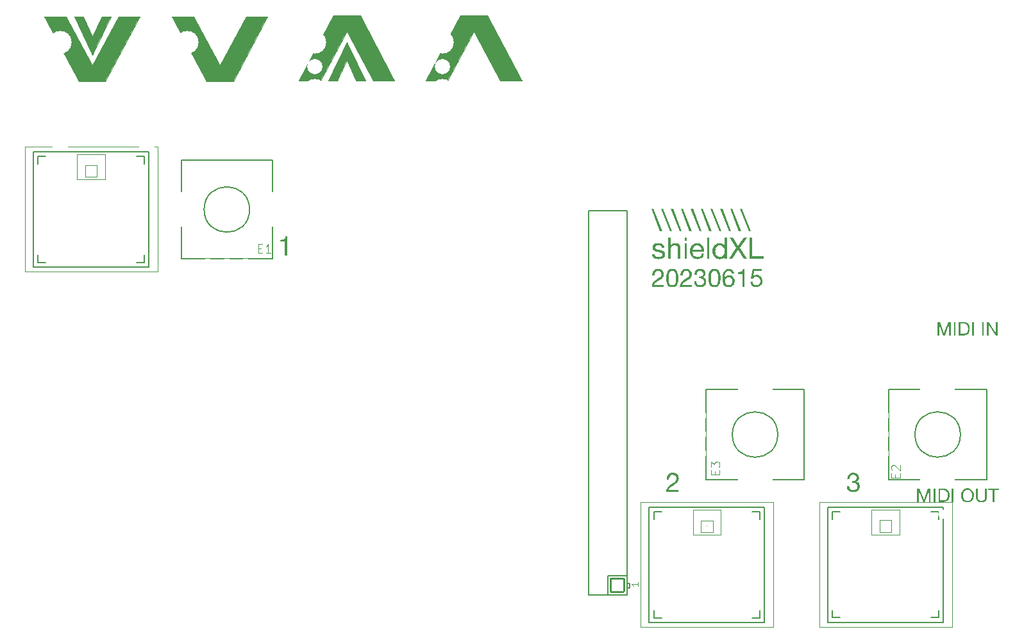
<source format=gbr>
%TF.GenerationSoftware,KiCad,Pcbnew,9.0.6*%
%TF.CreationDate,2025-11-16T15:37:37+10:00*%
%TF.ProjectId,ShieldXL-M,53686965-6c64-4584-9c2d-4d2e6b696361,rev?*%
%TF.SameCoordinates,Original*%
%TF.FileFunction,Legend,Top*%
%TF.FilePolarity,Positive*%
%FSLAX46Y46*%
G04 Gerber Fmt 4.6, Leading zero omitted, Abs format (unit mm)*
G04 Created by KiCad (PCBNEW 9.0.6) date 2025-11-16 15:37:37*
%MOMM*%
%LPD*%
G01*
G04 APERTURE LIST*
G04 Aperture macros list*
%AMRoundRect*
0 Rectangle with rounded corners*
0 $1 Rounding radius*
0 $2 $3 $4 $5 $6 $7 $8 $9 X,Y pos of 4 corners*
0 Add a 4 corners polygon primitive as box body*
4,1,4,$2,$3,$4,$5,$6,$7,$8,$9,$2,$3,0*
0 Add four circle primitives for the rounded corners*
1,1,$1+$1,$2,$3*
1,1,$1+$1,$4,$5*
1,1,$1+$1,$6,$7*
1,1,$1+$1,$8,$9*
0 Add four rect primitives between the rounded corners*
20,1,$1+$1,$2,$3,$4,$5,0*
20,1,$1+$1,$4,$5,$6,$7,0*
20,1,$1+$1,$6,$7,$8,$9,0*
20,1,$1+$1,$8,$9,$2,$3,0*%
%AMFreePoly0*
4,1,25,0.372036,0.971196,0.384159,0.960842,0.825842,0.519159,0.854349,0.463211,0.855600,0.447317,0.855600,-0.447317,0.836196,-0.507036,0.825842,-0.519159,0.384159,-0.960842,0.328211,-0.989349,0.312317,-0.990600,-0.312317,-0.990600,-0.372036,-0.971196,-0.384159,-0.960842,-0.825842,-0.519159,-0.854349,-0.463211,-0.855600,-0.447317,-0.855600,0.447317,-0.836196,0.507036,-0.825842,0.519159,
-0.384159,0.960842,-0.328211,0.989349,-0.312317,0.990600,0.312317,0.990600,0.372036,0.971196,0.372036,0.971196,$1*%
G04 Aperture macros list end*
%ADD10C,0.079374*%
%ADD11C,0.298450*%
%ADD12C,0.254000*%
%ADD13C,0.127000*%
%ADD14C,0.266700*%
%ADD15C,0.101600*%
%ADD16C,0.150000*%
%ADD17C,0.100000*%
%ADD18C,0.050000*%
%ADD19C,0.001000*%
%ADD20C,4.000400*%
%ADD21C,2.032000*%
%ADD22C,2.667000*%
%ADD23O,4.703200X2.453200*%
%ADD24FreePoly0,270.000000*%
%ADD25O,2.453200X4.703200*%
%ADD26FreePoly0,0.000000*%
%ADD27C,2.700000*%
%ADD28C,2.750000*%
%ADD29RoundRect,0.101600X0.889000X-0.889000X0.889000X0.889000X-0.889000X0.889000X-0.889000X-0.889000X0*%
%ADD30C,1.981200*%
%ADD31C,3.000000*%
%ADD32C,2.000000*%
%ADD33C,1.200000*%
%ADD34C,1.000000*%
G04 APERTURE END LIST*
D10*
X131777083Y-64770862D02*
X128928401Y-64770862D01*
X125463524Y-58317594D01*
X121998564Y-64770862D01*
X119138283Y-64770862D01*
X123696153Y-56178199D01*
X127230812Y-56178199D01*
X131777083Y-64770862D01*
G36*
X131777083Y-64770862D02*
G01*
X128928401Y-64770862D01*
X125463524Y-58317594D01*
X121998564Y-64770862D01*
X119138283Y-64770862D01*
X123696153Y-56178199D01*
X127230812Y-56178199D01*
X131777083Y-64770862D01*
G37*
X148562881Y-64770862D02*
X145714181Y-64770862D01*
X142249313Y-58317594D01*
X138784353Y-64770862D01*
X135924081Y-64770862D01*
X140481942Y-56178199D01*
X144016592Y-56178199D01*
X148562881Y-64770862D01*
G36*
X148562881Y-64770862D02*
G01*
X145714181Y-64770862D01*
X142249313Y-58317594D01*
X138784353Y-64770862D01*
X135924081Y-64770862D01*
X140481942Y-56178199D01*
X144016592Y-56178199D01*
X148562881Y-64770862D01*
G37*
X127902958Y-64770464D02*
X126677250Y-64770464D01*
X125461219Y-62120369D01*
X124240364Y-64770464D01*
X123019563Y-64770464D01*
X125451533Y-59727135D01*
X127902958Y-64770464D01*
G36*
X127902958Y-64770464D02*
G01*
X126677250Y-64770464D01*
X125461219Y-62120369D01*
X124240364Y-64770464D01*
X123019563Y-64770464D01*
X125451533Y-59727135D01*
X127902958Y-64770464D01*
G37*
X91909601Y-58983988D02*
X93125627Y-56333898D01*
X94351335Y-56333898D01*
X91899919Y-61377222D01*
X89467949Y-56333898D01*
X90688736Y-56333898D01*
X91909601Y-58983988D01*
G36*
X91909601Y-58983988D02*
G01*
X93125627Y-56333898D01*
X94351335Y-56333898D01*
X91899919Y-61377222D01*
X89467949Y-56333898D01*
X90688736Y-56333898D01*
X91909601Y-58983988D01*
G37*
X108698317Y-62787276D02*
X112163194Y-56334008D01*
X115011885Y-56334008D01*
X110465600Y-64926671D01*
X106930955Y-64926671D01*
X102373085Y-56334008D01*
X105233357Y-56334008D01*
X108698317Y-62787276D01*
G36*
X108698317Y-62787276D02*
G01*
X112163194Y-56334008D01*
X115011885Y-56334008D01*
X110465600Y-64926671D01*
X106930955Y-64926671D01*
X102373085Y-56334008D01*
X105233357Y-56334008D01*
X108698317Y-62787276D01*
G37*
X91836376Y-62787276D02*
X95301253Y-56334008D01*
X98149939Y-56334008D01*
X93603655Y-64926671D01*
X90069010Y-64926671D01*
X85511139Y-56334008D01*
X88371421Y-56334008D01*
X91836376Y-62787276D01*
G36*
X91836376Y-62787276D02*
G01*
X95301253Y-56334008D01*
X98149939Y-56334008D01*
X93603655Y-64926671D01*
X90069010Y-64926671D01*
X85511139Y-56334008D01*
X88371421Y-56334008D01*
X91836376Y-62787276D01*
G37*
D11*
G36*
X165810066Y-90511747D02*
G01*
X166094208Y-90511747D01*
X166097948Y-90405311D01*
X166115931Y-90299479D01*
X166149293Y-90198865D01*
X166197864Y-90110683D01*
X166262513Y-90035091D01*
X166343215Y-89975245D01*
X166438120Y-89937042D01*
X166555483Y-89923490D01*
X166647132Y-89931095D01*
X166732616Y-89953523D01*
X166811212Y-89990555D01*
X166877967Y-90040413D01*
X166933436Y-90102446D01*
X166976666Y-90175850D01*
X167003967Y-90257676D01*
X167013405Y-90351088D01*
X167003290Y-90469951D01*
X166974917Y-90568313D01*
X166927940Y-90657548D01*
X166861347Y-90741947D01*
X166779334Y-90819340D01*
X166672405Y-90900711D01*
X166408382Y-91072742D01*
X166171039Y-91229756D01*
X166063398Y-91319835D01*
X165967080Y-91423509D01*
X165885837Y-91541516D01*
X165818376Y-91682429D01*
X165771731Y-91839919D01*
X165743149Y-92041507D01*
X167290841Y-92041507D01*
X167290841Y-91789584D01*
X166074089Y-91789584D01*
X166105700Y-91685111D01*
X166159376Y-91594227D01*
X166230331Y-91512786D01*
X166316390Y-91435463D01*
X166518599Y-91296819D01*
X166739322Y-91164880D01*
X166953194Y-91017925D01*
X167051379Y-90936131D01*
X167137034Y-90845895D01*
X167208971Y-90744857D01*
X167265619Y-90630419D01*
X167301438Y-90504292D01*
X167314167Y-90353129D01*
X167298891Y-90192799D01*
X167255705Y-90059074D01*
X167186195Y-89941767D01*
X167096942Y-89846951D01*
X166989027Y-89772482D01*
X166861202Y-89716762D01*
X166722606Y-89683074D01*
X166572103Y-89671568D01*
X166391717Y-89688153D01*
X166237810Y-89735423D01*
X166101876Y-89812128D01*
X165992156Y-89911536D01*
X165907202Y-90032865D01*
X165846805Y-90177454D01*
X165814489Y-90335518D01*
X165810066Y-90511747D01*
G37*
G36*
X168625021Y-89685837D02*
G01*
X168764763Y-89725072D01*
X168887291Y-89788909D01*
X168983737Y-89868820D01*
X169061190Y-89966107D01*
X169120778Y-90079484D01*
X169164848Y-90202442D01*
X169197609Y-90333594D01*
X169219341Y-90468478D01*
X169231140Y-90607822D01*
X169237847Y-90878551D01*
X169231140Y-91149426D01*
X169219343Y-91288643D01*
X169197609Y-91423509D01*
X169164803Y-91554327D01*
X169120778Y-91676015D01*
X169061294Y-91787917D01*
X168983737Y-91884930D01*
X168887499Y-91964594D01*
X168766512Y-92027073D01*
X168627892Y-92064902D01*
X168448985Y-92078828D01*
X168272825Y-92065011D01*
X168133061Y-92027073D01*
X168010687Y-91964505D01*
X167914087Y-91884930D01*
X167836614Y-91787933D01*
X167777045Y-91676015D01*
X167733096Y-91554337D01*
X167700215Y-91423509D01*
X167678590Y-91288647D01*
X167666829Y-91149426D01*
X167660123Y-90878551D01*
X167660246Y-90873594D01*
X167960885Y-90873594D01*
X167969195Y-91171878D01*
X167987075Y-91333514D01*
X168022699Y-91481970D01*
X168082260Y-91616711D01*
X168168050Y-91726895D01*
X168240769Y-91780822D01*
X168332570Y-91814697D01*
X168448985Y-91826906D01*
X168565298Y-91814697D01*
X168657001Y-91780823D01*
X168729628Y-91726895D01*
X168815500Y-91616696D01*
X168874979Y-91481970D01*
X168910677Y-91333508D01*
X168928483Y-91171878D01*
X168936939Y-90873594D01*
X168935190Y-90681882D01*
X168918570Y-90471947D01*
X168875125Y-90266822D01*
X168839421Y-90171894D01*
X168791442Y-90091876D01*
X168729454Y-90024102D01*
X168652797Y-89970143D01*
X168563029Y-89935841D01*
X168448985Y-89923490D01*
X168334813Y-89935845D01*
X168245027Y-89970143D01*
X168168341Y-90024095D01*
X168106236Y-90091876D01*
X168058371Y-90171884D01*
X168022699Y-90266822D01*
X167979254Y-90471947D01*
X167962488Y-90681882D01*
X167960885Y-90873594D01*
X167660246Y-90873594D01*
X167666829Y-90607822D01*
X167678592Y-90468475D01*
X167700215Y-90333594D01*
X167733052Y-90202432D01*
X167777045Y-90079484D01*
X167836717Y-89966091D01*
X167914087Y-89868820D01*
X168010630Y-89788893D01*
X168133061Y-89725072D01*
X168272930Y-89685833D01*
X168448985Y-89671568D01*
X168625021Y-89685837D01*
G37*
G36*
X169523592Y-90511747D02*
G01*
X169807734Y-90511747D01*
X169811474Y-90405311D01*
X169829457Y-90299479D01*
X169862819Y-90198865D01*
X169911390Y-90110683D01*
X169976039Y-90035091D01*
X170056741Y-89975245D01*
X170151646Y-89937042D01*
X170269009Y-89923490D01*
X170360658Y-89931095D01*
X170446142Y-89953523D01*
X170524738Y-89990555D01*
X170591493Y-90040413D01*
X170646962Y-90102446D01*
X170690192Y-90175850D01*
X170717493Y-90257676D01*
X170726931Y-90351088D01*
X170716816Y-90469951D01*
X170688443Y-90568313D01*
X170641466Y-90657548D01*
X170574874Y-90741947D01*
X170492860Y-90819340D01*
X170385932Y-90900711D01*
X170121908Y-91072742D01*
X169884565Y-91229756D01*
X169776924Y-91319835D01*
X169680607Y-91423509D01*
X169599363Y-91541516D01*
X169531902Y-91682429D01*
X169485257Y-91839919D01*
X169456675Y-92041507D01*
X171004367Y-92041507D01*
X171004367Y-91789584D01*
X169787615Y-91789584D01*
X169819226Y-91685111D01*
X169872902Y-91594227D01*
X169943858Y-91512786D01*
X170029916Y-91435463D01*
X170232125Y-91296819D01*
X170452848Y-91164880D01*
X170666720Y-91017925D01*
X170764905Y-90936131D01*
X170850560Y-90845895D01*
X170922497Y-90744857D01*
X170979145Y-90630419D01*
X171014964Y-90504292D01*
X171027693Y-90353129D01*
X171012417Y-90192799D01*
X170969232Y-90059074D01*
X170899721Y-89941767D01*
X170810468Y-89846951D01*
X170702553Y-89772482D01*
X170574728Y-89716762D01*
X170436132Y-89683074D01*
X170285629Y-89671568D01*
X170105243Y-89688153D01*
X169951336Y-89735423D01*
X169815402Y-89812128D01*
X169705682Y-89911536D01*
X169620728Y-90032865D01*
X169560331Y-90177454D01*
X169528015Y-90335518D01*
X169523592Y-90511747D01*
G37*
G36*
X171961906Y-90685236D02*
G01*
X171961906Y-90921850D01*
X172132478Y-90912520D01*
X172236872Y-90919850D01*
X172331188Y-90941094D01*
X172417681Y-90977490D01*
X172490098Y-91028130D01*
X172549922Y-91092925D01*
X172597107Y-91172169D01*
X172626770Y-91261838D01*
X172637198Y-91368109D01*
X172626428Y-91471249D01*
X172595357Y-91560696D01*
X172546267Y-91639634D01*
X172483391Y-91704589D01*
X172408186Y-91756090D01*
X172319671Y-91795124D01*
X172224126Y-91818869D01*
X172122419Y-91826906D01*
X172001513Y-91816738D01*
X171901900Y-91788275D01*
X171819509Y-91743255D01*
X171751387Y-91681555D01*
X171681603Y-91578087D01*
X171636634Y-91454392D01*
X171617699Y-91305420D01*
X171333557Y-91305420D01*
X171345403Y-91482882D01*
X171385312Y-91633007D01*
X171453287Y-91766827D01*
X171544076Y-91876765D01*
X171657383Y-91963727D01*
X171794832Y-92027802D01*
X171947267Y-92065598D01*
X172122419Y-92078828D01*
X172286287Y-92067330D01*
X172438197Y-92033634D01*
X172578766Y-91976271D01*
X172697263Y-91897759D01*
X172795745Y-91796638D01*
X172872793Y-91671349D01*
X172920990Y-91528240D01*
X172937960Y-91357758D01*
X172925683Y-91217915D01*
X172890291Y-91094904D01*
X172832555Y-90985560D01*
X172752002Y-90894465D01*
X172646376Y-90826331D01*
X172510071Y-90780873D01*
X172510071Y-90774167D01*
X172598589Y-90725246D01*
X172676247Y-90663378D01*
X172744061Y-90587703D01*
X172795994Y-90501554D01*
X172827064Y-90407903D01*
X172837658Y-90304436D01*
X172823093Y-90148335D01*
X172782404Y-90021460D01*
X172716213Y-89911534D01*
X172630346Y-89824937D01*
X172526235Y-89758601D01*
X172401458Y-89709910D01*
X172266042Y-89681422D01*
X172115713Y-89671568D01*
X171945345Y-89686533D01*
X171803142Y-89728717D01*
X171677968Y-89797419D01*
X171577607Y-89886314D01*
X171498594Y-89995463D01*
X171438816Y-90127303D01*
X171401321Y-90272542D01*
X171383708Y-90438270D01*
X171667850Y-90438270D01*
X171674622Y-90336376D01*
X171694530Y-90241018D01*
X171728866Y-90152412D01*
X171776463Y-90077297D01*
X171838591Y-90014590D01*
X171916857Y-89965332D01*
X172006992Y-89934424D01*
X172115713Y-89923490D01*
X172232755Y-89934720D01*
X172331805Y-89966673D01*
X172416475Y-90018399D01*
X172481766Y-90089598D01*
X172522269Y-90182091D01*
X172536896Y-90302686D01*
X172527415Y-90392180D01*
X172500157Y-90469031D01*
X172456861Y-90536294D01*
X172401458Y-90590473D01*
X172335387Y-90632503D01*
X172257711Y-90663659D01*
X172174370Y-90682275D01*
X172085680Y-90688589D01*
X172025470Y-90688589D01*
X171992084Y-90688589D01*
X171961906Y-90685236D01*
G37*
G36*
X174195310Y-89685837D02*
G01*
X174335052Y-89725072D01*
X174457580Y-89788909D01*
X174554026Y-89868820D01*
X174631479Y-89966107D01*
X174691068Y-90079484D01*
X174735137Y-90202442D01*
X174767898Y-90333594D01*
X174789630Y-90468478D01*
X174801430Y-90607822D01*
X174808136Y-90878551D01*
X174801430Y-91149426D01*
X174789632Y-91288643D01*
X174767898Y-91423509D01*
X174735093Y-91554327D01*
X174691068Y-91676015D01*
X174631583Y-91787917D01*
X174554026Y-91884930D01*
X174457788Y-91964594D01*
X174336801Y-92027073D01*
X174198181Y-92064902D01*
X174019274Y-92078828D01*
X173843114Y-92065011D01*
X173703350Y-92027073D01*
X173580977Y-91964505D01*
X173484376Y-91884930D01*
X173406903Y-91787933D01*
X173347334Y-91676015D01*
X173303386Y-91554337D01*
X173270504Y-91423509D01*
X173248879Y-91288647D01*
X173237118Y-91149426D01*
X173230412Y-90878551D01*
X173230535Y-90873594D01*
X173531174Y-90873594D01*
X173539484Y-91171878D01*
X173557364Y-91333514D01*
X173592988Y-91481970D01*
X173652549Y-91616711D01*
X173738339Y-91726895D01*
X173811058Y-91780822D01*
X173902859Y-91814697D01*
X174019274Y-91826906D01*
X174135587Y-91814697D01*
X174227290Y-91780823D01*
X174299917Y-91726895D01*
X174385789Y-91616696D01*
X174445268Y-91481970D01*
X174480966Y-91333508D01*
X174498772Y-91171878D01*
X174507228Y-90873594D01*
X174505479Y-90681882D01*
X174488859Y-90471947D01*
X174445414Y-90266822D01*
X174409710Y-90171894D01*
X174361731Y-90091876D01*
X174299743Y-90024102D01*
X174223086Y-89970143D01*
X174133318Y-89935841D01*
X174019274Y-89923490D01*
X173905102Y-89935845D01*
X173815316Y-89970143D01*
X173738630Y-90024095D01*
X173676525Y-90091876D01*
X173628660Y-90171884D01*
X173592988Y-90266822D01*
X173549543Y-90471947D01*
X173532778Y-90681882D01*
X173531174Y-90873594D01*
X173230535Y-90873594D01*
X173237118Y-90607822D01*
X173248881Y-90468475D01*
X173270504Y-90333594D01*
X173303341Y-90202432D01*
X173347334Y-90079484D01*
X173407006Y-89966091D01*
X173484376Y-89868820D01*
X173580919Y-89788893D01*
X173703350Y-89725072D01*
X173843219Y-89685833D01*
X174019274Y-89671568D01*
X174195310Y-89685837D01*
G37*
G36*
X176092748Y-89682374D02*
G01*
X176217249Y-89712902D01*
X176323403Y-89761359D01*
X176414143Y-89827416D01*
X176489346Y-89910446D01*
X176548117Y-90010984D01*
X176590426Y-90132138D01*
X176614748Y-90278048D01*
X176330606Y-90278048D01*
X176307135Y-90175631D01*
X176265887Y-90090891D01*
X176206977Y-90020586D01*
X176132633Y-89967774D01*
X176042708Y-89935085D01*
X175932895Y-89923490D01*
X175815580Y-89934298D01*
X175720118Y-89964494D01*
X175642046Y-90012421D01*
X175544368Y-90112375D01*
X175469870Y-90237227D01*
X175417969Y-90377334D01*
X175384584Y-90530408D01*
X175365991Y-90685529D01*
X175357904Y-90824755D01*
X175364611Y-90831461D01*
X175438984Y-90729912D01*
X175521762Y-90651796D01*
X175613618Y-90594264D01*
X175715170Y-90554148D01*
X175828662Y-90529282D01*
X175956221Y-90520640D01*
X176120746Y-90535791D01*
X176262085Y-90579102D01*
X176387507Y-90649345D01*
X176489369Y-90740927D01*
X176570271Y-90852397D01*
X176631513Y-90984394D01*
X176668835Y-91128608D01*
X176681665Y-91288071D01*
X176671924Y-91418748D01*
X176641573Y-91558363D01*
X176588597Y-91692057D01*
X176509488Y-91813639D01*
X176404704Y-91916996D01*
X176265438Y-92003747D01*
X176161406Y-92043923D01*
X176037353Y-92069637D01*
X175889450Y-92078828D01*
X175716082Y-92065530D01*
X175576715Y-92028822D01*
X175464767Y-91971820D01*
X175365466Y-91893288D01*
X175283485Y-91802292D01*
X175217510Y-91697737D01*
X175145745Y-91523791D01*
X175102191Y-91329913D01*
X175099300Y-91303087D01*
X175411409Y-91303087D01*
X175419900Y-91410035D01*
X175444794Y-91508649D01*
X175485913Y-91599022D01*
X175540140Y-91674411D01*
X175608710Y-91736409D01*
X175693801Y-91785502D01*
X175790113Y-91816172D01*
X175902716Y-91826906D01*
X176014968Y-91816080D01*
X176108278Y-91785502D01*
X176190098Y-91735866D01*
X176256982Y-91671058D01*
X176309791Y-91593305D01*
X176348975Y-91503693D01*
X176372755Y-91407383D01*
X176380757Y-91306295D01*
X176373527Y-91198943D01*
X176352328Y-91099129D01*
X176315477Y-91007030D01*
X176263689Y-90930015D01*
X176196721Y-90866283D01*
X176113381Y-90815716D01*
X176018043Y-90783860D01*
X175902716Y-90772563D01*
X175787423Y-90783456D01*
X175692198Y-90814113D01*
X175608262Y-90863254D01*
X175538391Y-90926807D01*
X175483326Y-91003835D01*
X175443191Y-91095776D01*
X175419475Y-91195732D01*
X175411409Y-91303087D01*
X175099300Y-91303087D01*
X175080730Y-91130740D01*
X175073763Y-90942115D01*
X175084306Y-90700470D01*
X175115458Y-90469031D01*
X175173102Y-90249594D01*
X175257602Y-90062864D01*
X175332414Y-89951829D01*
X175421224Y-89857536D01*
X175524978Y-89778577D01*
X175641040Y-89720989D01*
X175779762Y-89684551D01*
X175946161Y-89671568D01*
X176092748Y-89682374D01*
G37*
G36*
X177993470Y-92041507D02*
G01*
X177993470Y-89671568D01*
X177776245Y-89671568D01*
X177741448Y-89797796D01*
X177689209Y-89893895D01*
X177618376Y-89972389D01*
X177533799Y-90031957D01*
X177437677Y-90074017D01*
X177328237Y-90100915D01*
X177213616Y-90114752D01*
X177094392Y-90119430D01*
X177094392Y-90343361D01*
X177709328Y-90343361D01*
X177709328Y-92041507D01*
X177993470Y-92041507D01*
G37*
G36*
X180231324Y-89960812D02*
G01*
X180231324Y-89708890D01*
X179061371Y-89708890D01*
X178840793Y-90945906D01*
X179084843Y-90959172D01*
X179175145Y-90868183D01*
X179276992Y-90797201D01*
X179391885Y-90751176D01*
X179526145Y-90735241D01*
X179642658Y-90745497D01*
X179744974Y-90775041D01*
X179837158Y-90823166D01*
X179913797Y-90886278D01*
X179975756Y-90963727D01*
X180022409Y-91055538D01*
X180051041Y-91156623D01*
X180060897Y-91269410D01*
X180050307Y-91403469D01*
X180020806Y-91513315D01*
X179972690Y-91610598D01*
X179912193Y-91687532D01*
X179837868Y-91748466D01*
X179751680Y-91792062D01*
X179657855Y-91818157D01*
X179559531Y-91826906D01*
X179455569Y-91818707D01*
X179363882Y-91795124D01*
X179280527Y-91756286D01*
X179210075Y-91704881D01*
X179151558Y-91641291D01*
X179106420Y-91567839D01*
X179076080Y-91486695D01*
X179061371Y-91399016D01*
X178777229Y-91399016D01*
X178795281Y-91553416D01*
X178840647Y-91686511D01*
X178912108Y-91803941D01*
X179004514Y-91900237D01*
X179115274Y-91976329D01*
X179243461Y-92032905D01*
X179382212Y-92067144D01*
X179532706Y-92078828D01*
X179669664Y-92071069D01*
X179789756Y-92048958D01*
X179895282Y-92013807D01*
X180039577Y-91936225D01*
X180154348Y-91838569D01*
X180245047Y-91720413D01*
X180309759Y-91586500D01*
X180348702Y-91442467D01*
X180361659Y-91294486D01*
X180345751Y-91098785D01*
X180301449Y-90938908D01*
X180229298Y-90797700D01*
X180137728Y-90685236D01*
X180025269Y-90596651D01*
X179893678Y-90533470D01*
X179750043Y-90496017D01*
X179596124Y-90483318D01*
X179476447Y-90493636D01*
X179353823Y-90525306D01*
X179241818Y-90579462D01*
X179154967Y-90654620D01*
X179148261Y-90647914D01*
X179275389Y-89960812D01*
X180231324Y-89960812D01*
G37*
D12*
G36*
X117595028Y-87902232D02*
G01*
X117595028Y-85381020D01*
X117363938Y-85381020D01*
X117326920Y-85515306D01*
X117271347Y-85617539D01*
X117195992Y-85701042D01*
X117106016Y-85764413D01*
X117003759Y-85809157D01*
X116887334Y-85837772D01*
X116765397Y-85852492D01*
X116638562Y-85857469D01*
X116638562Y-86095694D01*
X117292750Y-86095694D01*
X117292750Y-87902232D01*
X117595028Y-87902232D01*
G37*
G36*
X192169029Y-117707490D02*
G01*
X192169029Y-117959208D01*
X192350490Y-117949282D01*
X192461546Y-117957079D01*
X192561883Y-117979680D01*
X192653897Y-118018399D01*
X192730936Y-118072272D01*
X192794579Y-118141202D01*
X192844775Y-118225505D01*
X192876332Y-118320897D01*
X192887426Y-118433951D01*
X192875968Y-118543675D01*
X192842914Y-118638831D01*
X192790690Y-118722808D01*
X192723801Y-118791909D01*
X192643796Y-118846697D01*
X192549631Y-118888222D01*
X192447987Y-118913483D01*
X192339788Y-118922033D01*
X192211165Y-118911216D01*
X192105194Y-118880936D01*
X192017544Y-118833043D01*
X191945073Y-118767404D01*
X191870835Y-118657332D01*
X191822995Y-118525741D01*
X191802852Y-118367261D01*
X191500573Y-118367261D01*
X191513176Y-118556050D01*
X191555632Y-118715758D01*
X191627946Y-118858120D01*
X191724529Y-118975075D01*
X191845069Y-119067587D01*
X191991291Y-119135753D01*
X192153456Y-119175961D01*
X192339788Y-119190036D01*
X192514115Y-119177804D01*
X192675722Y-119141956D01*
X192825264Y-119080932D01*
X192951325Y-118997409D01*
X193056093Y-118889833D01*
X193138058Y-118756547D01*
X193189332Y-118604303D01*
X193207385Y-118422940D01*
X193194324Y-118274170D01*
X193156674Y-118143307D01*
X193095252Y-118026984D01*
X193009557Y-117930075D01*
X192897189Y-117857592D01*
X192752184Y-117809232D01*
X192752184Y-117802098D01*
X192846352Y-117750055D01*
X192928966Y-117684238D01*
X193001110Y-117603732D01*
X193056357Y-117512084D01*
X193089411Y-117412455D01*
X193100680Y-117302384D01*
X193085186Y-117136319D01*
X193041900Y-117001346D01*
X192971484Y-116884404D01*
X192880136Y-116792279D01*
X192769380Y-116721708D01*
X192636638Y-116669910D01*
X192492578Y-116639604D01*
X192332654Y-116629120D01*
X192151412Y-116645040D01*
X192000132Y-116689917D01*
X191866968Y-116763005D01*
X191760201Y-116857574D01*
X191676144Y-116973689D01*
X191612551Y-117113945D01*
X191572662Y-117268454D01*
X191553926Y-117444760D01*
X191856204Y-117444760D01*
X191863409Y-117336363D01*
X191884587Y-117234918D01*
X191921114Y-117140657D01*
X191971750Y-117060747D01*
X192037843Y-116994038D01*
X192121105Y-116941635D01*
X192216994Y-116908755D01*
X192332654Y-116897123D01*
X192457167Y-116909069D01*
X192562539Y-116943062D01*
X192652613Y-116998089D01*
X192722072Y-117073834D01*
X192765160Y-117172230D01*
X192780721Y-117300523D01*
X192770635Y-117395729D01*
X192741637Y-117477485D01*
X192695577Y-117549042D01*
X192636638Y-117606679D01*
X192566350Y-117651391D01*
X192483715Y-117684536D01*
X192395055Y-117704340D01*
X192300704Y-117711057D01*
X192236650Y-117711057D01*
X192201134Y-117711057D01*
X192169029Y-117707490D01*
G37*
D13*
G36*
X203458370Y-96691471D02*
G01*
X203458370Y-98470216D01*
X203682451Y-98470216D01*
X203682451Y-96990462D01*
X203687445Y-96990462D01*
X204242542Y-98470216D01*
X204444149Y-98470216D01*
X204999247Y-96990462D01*
X205004241Y-96990462D01*
X205004241Y-98470216D01*
X205228212Y-98470216D01*
X205228212Y-96691471D01*
X204904577Y-96691471D01*
X204342097Y-98186207D01*
X203782006Y-96691471D01*
X203458370Y-96691471D01*
G37*
G36*
X205631209Y-96691471D02*
G01*
X205631209Y-98470216D01*
X205867666Y-98470216D01*
X205867666Y-96691471D01*
X205631209Y-96691471D01*
G37*
G36*
X207043289Y-96701127D02*
G01*
X207187181Y-96728388D01*
X207310704Y-96771305D01*
X207416795Y-96828813D01*
X207507772Y-96900786D01*
X207583413Y-96987418D01*
X207644088Y-97091259D01*
X207689687Y-97215151D01*
X207718911Y-97362777D01*
X207729355Y-97538503D01*
X207723384Y-97687587D01*
X207706385Y-97819401D01*
X207679523Y-97935854D01*
X207639210Y-98047635D01*
X207587709Y-98144184D01*
X207525251Y-98227353D01*
X207450280Y-98299134D01*
X207362041Y-98359290D01*
X207258830Y-98408007D01*
X207149260Y-98441433D01*
X207022412Y-98462692D01*
X206875592Y-98470216D01*
X206265669Y-98470216D01*
X206265669Y-98268717D01*
X206502234Y-98268717D01*
X206895460Y-98268717D01*
X206995015Y-98262529D01*
X207055306Y-98252318D01*
X207122037Y-98232782D01*
X207188002Y-98204343D01*
X207255139Y-98164494D01*
X207316564Y-98112868D01*
X207373367Y-98042791D01*
X207419576Y-97959298D01*
X207459243Y-97850304D01*
X207483785Y-97728378D01*
X207492898Y-97570964D01*
X207484684Y-97416596D01*
X207461740Y-97286630D01*
X207419859Y-97168707D01*
X207359688Y-97072972D01*
X207308353Y-97019332D01*
X207247757Y-96974740D01*
X207176754Y-96938893D01*
X207100741Y-96914446D01*
X207009541Y-96898645D01*
X206900454Y-96892969D01*
X206502234Y-96892969D01*
X206502234Y-98268717D01*
X206265669Y-98268717D01*
X206265669Y-96691471D01*
X206875592Y-96691471D01*
X207043289Y-96701127D01*
G37*
G36*
X208026608Y-96691471D02*
G01*
X208026608Y-98470216D01*
X208263065Y-98470216D01*
X208263065Y-96691471D01*
X208026608Y-96691471D01*
G37*
G36*
X209362404Y-96691471D02*
G01*
X209362404Y-98470216D01*
X209598860Y-98470216D01*
X209598860Y-96691471D01*
X209362404Y-96691471D01*
G37*
G36*
X209994366Y-96691471D02*
G01*
X209994366Y-98470216D01*
X210218446Y-98470216D01*
X210218446Y-97042682D01*
X210223440Y-97042682D01*
X211151896Y-98470216D01*
X211410717Y-98470216D01*
X211410717Y-96691471D01*
X211186746Y-96691471D01*
X211186746Y-98133878D01*
X211181752Y-98133878D01*
X210245805Y-96691471D01*
X209994366Y-96691471D01*
G37*
D14*
G36*
X166116771Y-87712529D02*
G01*
X165784265Y-87712529D01*
X165808895Y-87889912D01*
X165862401Y-88029681D01*
X165945082Y-88147948D01*
X166050236Y-88239865D01*
X166174777Y-88307672D01*
X166320131Y-88354510D01*
X166475161Y-88380586D01*
X166640866Y-88389484D01*
X166793300Y-88382159D01*
X166947781Y-88359970D01*
X167096014Y-88318799D01*
X167225524Y-88256243D01*
X167337159Y-88169901D01*
X167425130Y-88060219D01*
X167466142Y-87975902D01*
X167492126Y-87875085D01*
X167501390Y-87754156D01*
X167486276Y-87617090D01*
X167444579Y-87511217D01*
X167379041Y-87421403D01*
X167295983Y-87348461D01*
X167198622Y-87290771D01*
X167084776Y-87244563D01*
X166840301Y-87177857D01*
X166605551Y-87124970D01*
X166394343Y-87062188D01*
X166306895Y-87018805D01*
X166239776Y-86968015D01*
X166194506Y-86904186D01*
X166179212Y-86824878D01*
X166189553Y-86751939D01*
X166218280Y-86697437D01*
X166262727Y-86653837D01*
X166319960Y-86619130D01*
X166458831Y-86577844D01*
X166609474Y-86566072D01*
X166771889Y-86583645D01*
X166849217Y-86606634D01*
X166918608Y-86639944D01*
X166979233Y-86685173D01*
X167028136Y-86743159D01*
X167061578Y-86813189D01*
X167078976Y-86904550D01*
X167411482Y-86904550D01*
X167384617Y-86730586D01*
X167333175Y-86597805D01*
X167254950Y-86486727D01*
X167155235Y-86402293D01*
X167037149Y-86341373D01*
X166898989Y-86300613D01*
X166750576Y-86278898D01*
X166582178Y-86271269D01*
X166449488Y-86279497D01*
X166314330Y-86304537D01*
X166184948Y-86347163D01*
X166071732Y-86406387D01*
X165974023Y-86484944D01*
X165895669Y-86584327D01*
X165845088Y-86701887D01*
X165827257Y-86846545D01*
X165839338Y-86973402D01*
X165872657Y-87073169D01*
X165925013Y-87151755D01*
X166033834Y-87248263D01*
X166169488Y-87322017D01*
X166320591Y-87375176D01*
X166488346Y-87415849D01*
X166807204Y-87490232D01*
X166945676Y-87539343D01*
X167051679Y-87597713D01*
X167105697Y-87648638D01*
X167138025Y-87712460D01*
X167149435Y-87793395D01*
X167137095Y-87880933D01*
X167102519Y-87947962D01*
X167049431Y-88001059D01*
X166983096Y-88039917D01*
X166908287Y-88066020D01*
X166824776Y-88082909D01*
X166660485Y-88094681D01*
X166462926Y-88075573D01*
X166370836Y-88049872D01*
X166290787Y-88012621D01*
X166221866Y-87960973D01*
X166167611Y-87894051D01*
X166132074Y-87813620D01*
X166116771Y-87712529D01*
G37*
G36*
X167867676Y-85550640D02*
G01*
X167867676Y-88345810D01*
X168200183Y-88345810D01*
X168200183Y-87201059D01*
X168209765Y-87067397D01*
X168237374Y-86948395D01*
X168284264Y-86839261D01*
X168348778Y-86746400D01*
X168431746Y-86670410D01*
X168534566Y-86613159D01*
X168652505Y-86578546D01*
X168798660Y-86566072D01*
X168922018Y-86579344D01*
X169020602Y-86616423D01*
X169099946Y-86675941D01*
X169159435Y-86755288D01*
X169196327Y-86852844D01*
X169209474Y-86973815D01*
X169209474Y-88345810D01*
X169541980Y-88345810D01*
X169541980Y-87012372D01*
X169533305Y-86851881D01*
X169508712Y-86712450D01*
X169462594Y-86585275D01*
X169393214Y-86479235D01*
X169299975Y-86393053D01*
X169178083Y-86326204D01*
X169035618Y-86286202D01*
X168845747Y-86271269D01*
X168659789Y-86291059D01*
X168565959Y-86316322D01*
X168476049Y-86352477D01*
X168392291Y-86399985D01*
X168317558Y-86459275D01*
X168255393Y-86531216D01*
X168208030Y-86619301D01*
X168200183Y-86619301D01*
X168200183Y-85550640D01*
X167867676Y-85550640D01*
G37*
G36*
X170392610Y-85954629D02*
G01*
X170392610Y-85550640D01*
X170060103Y-85550640D01*
X170060103Y-85954629D01*
X170392610Y-85954629D01*
G37*
G36*
X170060103Y-86323474D02*
G01*
X170060103Y-88345810D01*
X170392610Y-88345810D01*
X170392610Y-86323474D01*
X170060103Y-86323474D01*
G37*
G36*
X171926502Y-86284938D02*
G01*
X172074013Y-86323292D01*
X172197426Y-86383868D01*
X172308916Y-86466222D01*
X172403630Y-86561304D01*
X172482846Y-86669970D01*
X172573646Y-86850984D01*
X172631612Y-87048881D01*
X172660733Y-87252096D01*
X172664880Y-87439563D01*
X171151114Y-87439563D01*
X171157083Y-87568215D01*
X171182334Y-87688133D01*
X171228531Y-87799264D01*
X171295786Y-87896269D01*
X171383577Y-87976772D01*
X171495392Y-88040770D01*
X171623591Y-88080466D01*
X171780982Y-88094681D01*
X171918799Y-88082895D01*
X172032644Y-88049847D01*
X172127137Y-87997437D01*
X172204855Y-87923802D01*
X172264259Y-87826949D01*
X172305077Y-87701610D01*
X172633659Y-87701610D01*
X172587852Y-87868986D01*
X172523229Y-88007874D01*
X172440841Y-88122656D01*
X172340221Y-88216492D01*
X172223145Y-88290289D01*
X172090818Y-88344146D01*
X171940593Y-88377737D01*
X171769211Y-88389484D01*
X171608919Y-88380073D01*
X171469683Y-88353353D01*
X171348502Y-88311006D01*
X171183915Y-88216283D01*
X171049263Y-88091439D01*
X170944327Y-87938512D01*
X170867400Y-87754156D01*
X170820530Y-87552333D01*
X170798988Y-87326453D01*
X170813622Y-87144760D01*
X171151114Y-87144760D01*
X172312924Y-87144760D01*
X172295694Y-87028475D01*
X172260037Y-86918881D01*
X172206822Y-86818448D01*
X172138909Y-86734458D01*
X172056246Y-86665425D01*
X171958922Y-86611624D01*
X171851250Y-86577738D01*
X171730142Y-86566072D01*
X171605465Y-86577832D01*
X171497268Y-86611624D01*
X171400578Y-86665920D01*
X171319329Y-86736505D01*
X171253100Y-86821795D01*
X171201954Y-86920928D01*
X171167901Y-87028674D01*
X171151114Y-87144760D01*
X170813622Y-87144760D01*
X170817101Y-87101562D01*
X170869276Y-86902844D01*
X170954806Y-86721837D01*
X171066835Y-86569485D01*
X171205720Y-86443973D01*
X171368121Y-86349747D01*
X171548554Y-86291291D01*
X171749591Y-86271269D01*
X171926502Y-86284938D01*
G37*
G36*
X173027242Y-85550640D02*
G01*
X173027242Y-88345810D01*
X173359748Y-88345810D01*
X173359748Y-85550640D01*
X173027242Y-85550640D01*
G37*
G36*
X175682858Y-88346492D02*
G01*
X175350351Y-88346492D01*
X175350351Y-88072332D01*
X175342504Y-88072332D01*
X175277251Y-88174267D01*
X175192097Y-88254492D01*
X175084380Y-88315101D01*
X174901903Y-88370430D01*
X174697110Y-88389484D01*
X174542545Y-88379235D01*
X174407262Y-88349969D01*
X174288344Y-88303159D01*
X174128133Y-88201502D01*
X173998829Y-88071820D01*
X173898512Y-87916553D01*
X173824814Y-87734537D01*
X173781052Y-87538139D01*
X173767642Y-87347949D01*
X174118252Y-87347949D01*
X174127562Y-87487337D01*
X174155444Y-87623644D01*
X174202891Y-87752162D01*
X174268895Y-87864025D01*
X174355503Y-87958537D01*
X174464407Y-88032240D01*
X174590874Y-88078378D01*
X174744026Y-88094681D01*
X174903526Y-88077146D01*
X175029617Y-88028316D01*
X175136581Y-87951200D01*
X175221204Y-87854300D01*
X175284820Y-87740591D01*
X175328855Y-87609996D01*
X175353809Y-87472036D01*
X175362123Y-87332253D01*
X175353217Y-87185632D01*
X175326808Y-87045127D01*
X175280735Y-86913151D01*
X175215404Y-86800652D01*
X175128527Y-86705882D01*
X175017845Y-86630561D01*
X174888171Y-86583135D01*
X174724577Y-86566072D01*
X174565089Y-86583650D01*
X174438987Y-86632608D01*
X174332941Y-86710138D01*
X174251152Y-86808500D01*
X174191236Y-86924115D01*
X174149472Y-87058605D01*
X174126114Y-87200791D01*
X174118252Y-87347949D01*
X173767642Y-87347949D01*
X173766126Y-87326453D01*
X173780545Y-87114715D01*
X173822766Y-86918540D01*
X173895122Y-86736774D01*
X173994906Y-86583133D01*
X174124151Y-86455405D01*
X174284420Y-86355718D01*
X174403200Y-86309844D01*
X174537257Y-86281252D01*
X174689262Y-86271269D01*
X174857477Y-86286965D01*
X175037294Y-86339852D01*
X175124568Y-86382612D01*
X175207556Y-86437608D01*
X175281004Y-86505084D01*
X175342504Y-86588080D01*
X175350351Y-86588080D01*
X175350351Y-85550640D01*
X175682858Y-85550640D01*
X175682858Y-88346492D01*
G37*
G36*
X176912910Y-86909156D02*
G01*
X175942858Y-88345810D01*
X176357425Y-88345810D01*
X177131965Y-87190994D01*
X177882962Y-88345810D01*
X178336768Y-88345810D01*
X177354944Y-86909156D01*
X178278080Y-85550640D01*
X177863513Y-85550640D01*
X177135889Y-86642844D01*
X176439656Y-85550640D01*
X175993698Y-85550640D01*
X176912910Y-86909156D01*
G37*
G36*
X178636348Y-85550640D02*
G01*
X178636348Y-88345810D01*
X180486544Y-88345810D01*
X180486544Y-88029169D01*
X179008093Y-88029169D01*
X179008093Y-85550640D01*
X178636348Y-85550640D01*
G37*
G36*
X167115853Y-84694047D02*
G01*
X165957966Y-81767854D01*
X165676299Y-81767854D01*
X166830262Y-84694047D01*
X167115853Y-84694047D01*
G37*
G36*
X168417899Y-84694047D02*
G01*
X167260013Y-81767854D01*
X166978346Y-81767854D01*
X168132309Y-84694047D01*
X168417899Y-84694047D01*
G37*
G36*
X169719946Y-84694047D02*
G01*
X168562059Y-81767854D01*
X168280393Y-81767854D01*
X169434356Y-84694047D01*
X169719946Y-84694047D01*
G37*
G36*
X171021993Y-84694047D02*
G01*
X169864106Y-81767854D01*
X169582440Y-81767854D01*
X170736403Y-84694047D01*
X171021993Y-84694047D01*
G37*
G36*
X172324040Y-84694047D02*
G01*
X171166153Y-81767854D01*
X170884487Y-81767854D01*
X172038450Y-84694047D01*
X172324040Y-84694047D01*
G37*
G36*
X173626087Y-84694047D02*
G01*
X172468200Y-81767854D01*
X172186534Y-81767854D01*
X173340497Y-84694047D01*
X173626087Y-84694047D01*
G37*
G36*
X174928134Y-84694047D02*
G01*
X173770247Y-81767854D01*
X173488580Y-81767854D01*
X174642543Y-84694047D01*
X174928134Y-84694047D01*
G37*
G36*
X176230181Y-84694047D02*
G01*
X175072294Y-81767854D01*
X174790627Y-81767854D01*
X175944590Y-84694047D01*
X176230181Y-84694047D01*
G37*
G36*
X177532228Y-84694047D02*
G01*
X176374341Y-81767854D01*
X176092674Y-81767854D01*
X177246637Y-84694047D01*
X177532228Y-84694047D01*
G37*
G36*
X178834275Y-84694047D02*
G01*
X177676388Y-81767854D01*
X177394721Y-81767854D01*
X178548684Y-84694047D01*
X178834275Y-84694047D01*
G37*
D13*
G36*
X200783305Y-118708680D02*
G01*
X200783305Y-120487425D01*
X201007386Y-120487425D01*
X201007386Y-119007671D01*
X201012380Y-119007671D01*
X201567477Y-120487425D01*
X201769084Y-120487425D01*
X202324182Y-119007671D01*
X202329176Y-119007671D01*
X202329176Y-120487425D01*
X202553147Y-120487425D01*
X202553147Y-118708680D01*
X202229512Y-118708680D01*
X201667032Y-120203416D01*
X201106941Y-118708680D01*
X200783305Y-118708680D01*
G37*
G36*
X202956144Y-118708680D02*
G01*
X202956144Y-120487425D01*
X203192601Y-120487425D01*
X203192601Y-118708680D01*
X202956144Y-118708680D01*
G37*
G36*
X204368224Y-118718336D02*
G01*
X204512116Y-118745597D01*
X204635639Y-118788514D01*
X204741730Y-118846022D01*
X204832707Y-118917995D01*
X204908348Y-119004627D01*
X204969023Y-119108468D01*
X205014622Y-119232360D01*
X205043846Y-119379986D01*
X205054290Y-119555712D01*
X205048319Y-119704796D01*
X205031320Y-119836610D01*
X205004458Y-119953063D01*
X204964145Y-120064844D01*
X204912644Y-120161393D01*
X204850186Y-120244562D01*
X204775215Y-120316343D01*
X204686976Y-120376499D01*
X204583765Y-120425216D01*
X204474195Y-120458642D01*
X204347347Y-120479901D01*
X204200527Y-120487425D01*
X203590604Y-120487425D01*
X203590604Y-120285926D01*
X203827169Y-120285926D01*
X204220395Y-120285926D01*
X204319950Y-120279738D01*
X204380241Y-120269527D01*
X204446972Y-120249991D01*
X204512937Y-120221552D01*
X204580074Y-120181703D01*
X204641499Y-120130077D01*
X204698302Y-120060000D01*
X204744511Y-119976507D01*
X204784178Y-119867513D01*
X204808720Y-119745587D01*
X204817833Y-119588173D01*
X204809619Y-119433805D01*
X204786675Y-119303839D01*
X204744794Y-119185916D01*
X204684623Y-119090181D01*
X204633288Y-119036541D01*
X204572692Y-118991949D01*
X204501689Y-118956102D01*
X204425676Y-118931655D01*
X204334476Y-118915854D01*
X204225389Y-118910178D01*
X203827169Y-118910178D01*
X203827169Y-120285926D01*
X203590604Y-120285926D01*
X203590604Y-118708680D01*
X204200527Y-118708680D01*
X204368224Y-118718336D01*
G37*
G36*
X205351543Y-118708680D02*
G01*
X205351543Y-120487425D01*
X205588000Y-120487425D01*
X205588000Y-118708680D01*
X205351543Y-118708680D01*
G37*
G36*
X207568407Y-118676133D02*
G01*
X207691207Y-118702309D01*
X207799923Y-118744290D01*
X207901317Y-118802278D01*
X207989732Y-118871124D01*
X208066343Y-118951216D01*
X208131365Y-119041299D01*
X208184842Y-119140272D01*
X208226912Y-119249121D01*
X208266956Y-119420093D01*
X208280435Y-119599246D01*
X208266956Y-119778509D01*
X208226912Y-119949589D01*
X208184847Y-120058367D01*
X208131371Y-120157306D01*
X208066343Y-120247385D01*
X207989689Y-120327386D01*
X207901277Y-120395825D01*
X207799923Y-120453118D01*
X207691278Y-120494370D01*
X207568473Y-120520117D01*
X207429061Y-120529114D01*
X207289723Y-120520120D01*
X207166913Y-120494376D01*
X207058200Y-120453118D01*
X206956915Y-120395831D01*
X206868538Y-120327392D01*
X206791888Y-120247385D01*
X206726860Y-120157306D01*
X206673384Y-120058367D01*
X206631319Y-119949589D01*
X206591275Y-119778509D01*
X206577967Y-119601526D01*
X206814252Y-119601526D01*
X206822951Y-119735123D01*
X206849102Y-119867079D01*
X206894256Y-119992206D01*
X206958645Y-120102775D01*
X207012908Y-120167757D01*
X207076494Y-120223694D01*
X207150264Y-120271053D01*
X207230596Y-120305471D01*
X207322805Y-120327003D01*
X207429170Y-120334564D01*
X207535460Y-120327003D01*
X207627597Y-120305471D01*
X207707859Y-120271053D01*
X207781698Y-120223688D01*
X207845317Y-120167750D01*
X207899586Y-120102775D01*
X207963975Y-119992206D01*
X208009129Y-119867079D01*
X208035280Y-119735123D01*
X208043979Y-119601526D01*
X208035280Y-119467929D01*
X208009129Y-119335974D01*
X207963970Y-119210864D01*
X207899586Y-119100386D01*
X207845307Y-119035352D01*
X207781686Y-118979416D01*
X207707859Y-118932109D01*
X207627591Y-118897629D01*
X207535454Y-118876062D01*
X207429170Y-118868489D01*
X207322811Y-118876062D01*
X207230602Y-118897629D01*
X207150264Y-118932109D01*
X207076505Y-118979410D01*
X207012919Y-119035345D01*
X206958645Y-119100386D01*
X206894261Y-119210864D01*
X206849102Y-119335974D01*
X206822951Y-119467929D01*
X206814252Y-119601526D01*
X206577967Y-119601526D01*
X206577796Y-119599246D01*
X206591275Y-119420093D01*
X206631319Y-119249121D01*
X206673389Y-119140272D01*
X206726866Y-119041299D01*
X206791888Y-118951216D01*
X206868494Y-118871117D01*
X206956875Y-118802272D01*
X207058200Y-118744290D01*
X207166985Y-118702303D01*
X207289789Y-118676129D01*
X207429061Y-118666991D01*
X207568407Y-118676133D01*
G37*
G36*
X209987852Y-119845800D02*
G01*
X209987852Y-118708680D01*
X209751395Y-118708680D01*
X209751395Y-119847537D01*
X209742842Y-119968143D01*
X209719146Y-120066358D01*
X209682347Y-120146245D01*
X209633167Y-120211016D01*
X209570515Y-120262986D01*
X209494229Y-120301345D01*
X209401463Y-120325794D01*
X209288470Y-120334564D01*
X209168827Y-120325753D01*
X209070350Y-120301201D01*
X208989229Y-120262784D01*
X208922494Y-120211016D01*
X208869328Y-120145661D01*
X208829896Y-120065534D01*
X208804660Y-119967514D01*
X208795581Y-119847537D01*
X208795581Y-118708680D01*
X208559124Y-118708680D01*
X208559124Y-119845800D01*
X208568270Y-119991942D01*
X208593758Y-120113324D01*
X208633410Y-120214000D01*
X208686145Y-120297334D01*
X208752046Y-120365831D01*
X208851987Y-120434076D01*
X208971938Y-120484960D01*
X209115818Y-120517480D01*
X209288470Y-120529114D01*
X209456829Y-120516950D01*
X209595958Y-120483013D01*
X209711030Y-120429884D01*
X209806113Y-120358340D01*
X209868489Y-120287410D01*
X209918307Y-120203147D01*
X209955582Y-120103412D01*
X209979375Y-119985407D01*
X209987852Y-119845800D01*
G37*
G36*
X210768441Y-118910178D02*
G01*
X210768441Y-120487425D01*
X211004898Y-120487425D01*
X211004898Y-118910178D01*
X211597342Y-118910178D01*
X211597342Y-118708680D01*
X210175997Y-118708680D01*
X210175997Y-118910178D01*
X210768441Y-118910178D01*
G37*
D12*
G36*
X167701720Y-117522928D02*
G01*
X168003998Y-117522928D01*
X168007977Y-117409698D01*
X168027107Y-117297111D01*
X168062599Y-117190075D01*
X168114270Y-117096264D01*
X168183046Y-117015847D01*
X168268899Y-116952181D01*
X168369862Y-116911540D01*
X168494716Y-116897123D01*
X168592215Y-116905213D01*
X168683156Y-116929072D01*
X168766768Y-116968468D01*
X168837785Y-117021508D01*
X168896794Y-117087502D01*
X168942783Y-117165591D01*
X168971826Y-117252640D01*
X168981867Y-117352014D01*
X168971107Y-117478464D01*
X168940922Y-117583105D01*
X168890947Y-117678035D01*
X168820104Y-117767822D01*
X168732855Y-117850154D01*
X168619102Y-117936719D01*
X168338226Y-118119730D01*
X168085733Y-118286767D01*
X167971222Y-118382596D01*
X167868756Y-118492887D01*
X167782327Y-118618427D01*
X167710560Y-118768334D01*
X167660938Y-118935877D01*
X167630531Y-119150332D01*
X169277011Y-119150332D01*
X169277011Y-118882329D01*
X167982595Y-118882329D01*
X168016224Y-118771187D01*
X168073325Y-118674502D01*
X168148810Y-118587862D01*
X168240362Y-118505605D01*
X168455477Y-118358110D01*
X168690290Y-118217750D01*
X168917813Y-118061415D01*
X169022265Y-117974400D01*
X169113387Y-117878404D01*
X169189916Y-117770917D01*
X169250180Y-117649175D01*
X169288286Y-117514997D01*
X169301826Y-117354185D01*
X169285576Y-117183621D01*
X169239634Y-117041360D01*
X169165686Y-116916566D01*
X169070736Y-116815698D01*
X168955933Y-116736476D01*
X168819949Y-116677199D01*
X168672506Y-116641361D01*
X168512397Y-116629120D01*
X168320497Y-116646763D01*
X168156766Y-116697051D01*
X168012155Y-116778653D01*
X167895432Y-116884405D01*
X167805056Y-117013479D01*
X167740803Y-117167297D01*
X167706425Y-117335450D01*
X167701720Y-117522928D01*
G37*
D15*
X197912661Y-117279942D02*
X197912661Y-116890475D01*
X198524680Y-116723561D02*
X198524680Y-117279942D01*
X198524680Y-117279942D02*
X197356280Y-117279942D01*
X197356280Y-117279942D02*
X197356280Y-116723561D01*
X197467556Y-116278456D02*
X197411918Y-116222818D01*
X197411918Y-116222818D02*
X197356280Y-116111542D01*
X197356280Y-116111542D02*
X197356280Y-115833351D01*
X197356280Y-115833351D02*
X197411918Y-115722075D01*
X197411918Y-115722075D02*
X197467556Y-115666437D01*
X197467556Y-115666437D02*
X197578832Y-115610799D01*
X197578832Y-115610799D02*
X197690108Y-115610799D01*
X197690108Y-115610799D02*
X197857022Y-115666437D01*
X197857022Y-115666437D02*
X198524680Y-116334094D01*
X198524680Y-116334094D02*
X198524680Y-115610799D01*
X113774669Y-86989346D02*
X114164136Y-86989346D01*
X114331050Y-87601365D02*
X113774669Y-87601365D01*
X113774669Y-87601365D02*
X113774669Y-86432965D01*
X113774669Y-86432965D02*
X114331050Y-86432965D01*
X115443812Y-87601365D02*
X114776155Y-87601365D01*
X115109983Y-87601365D02*
X115109983Y-86432965D01*
X115109983Y-86432965D02*
X114998707Y-86599879D01*
X114998707Y-86599879D02*
X114887431Y-86711155D01*
X114887431Y-86711155D02*
X114776155Y-86766793D01*
X174100047Y-116841673D02*
X174100047Y-116452206D01*
X174712066Y-116285292D02*
X174712066Y-116841673D01*
X174712066Y-116841673D02*
X173543666Y-116841673D01*
X173543666Y-116841673D02*
X173543666Y-116285292D01*
X173543666Y-115895825D02*
X173543666Y-115172530D01*
X173543666Y-115172530D02*
X173988770Y-115561997D01*
X173988770Y-115561997D02*
X173988770Y-115395082D01*
X173988770Y-115395082D02*
X174044408Y-115283806D01*
X174044408Y-115283806D02*
X174100047Y-115228168D01*
X174100047Y-115228168D02*
X174211323Y-115172530D01*
X174211323Y-115172530D02*
X174489513Y-115172530D01*
X174489513Y-115172530D02*
X174600789Y-115228168D01*
X174600789Y-115228168D02*
X174656428Y-115283806D01*
X174656428Y-115283806D02*
X174712066Y-115395082D01*
X174712066Y-115395082D02*
X174712066Y-115728911D01*
X174712066Y-115728911D02*
X174656428Y-115840187D01*
X174656428Y-115840187D02*
X174600789Y-115895825D01*
X163958670Y-131100561D02*
X163958670Y-131623075D01*
X163958670Y-131361818D02*
X163044270Y-131361818D01*
X163044270Y-131361818D02*
X163174899Y-131448904D01*
X163174899Y-131448904D02*
X163261985Y-131535989D01*
X163261985Y-131535989D02*
X163305528Y-131623075D01*
D13*
%TO.C,SW2*%
X165398135Y-121193295D02*
X180638135Y-121193295D01*
X165398135Y-136433295D02*
X165398135Y-121193295D01*
D16*
X166018135Y-122813295D02*
X166018135Y-121813295D01*
X166018135Y-135813295D02*
X166018135Y-134813295D01*
X166018135Y-135813295D02*
X167018135Y-135813295D01*
X167018135Y-121813295D02*
X166018135Y-121813295D01*
X179018135Y-135813295D02*
X180018135Y-135813295D01*
X180018135Y-121813295D02*
X179018135Y-121813295D01*
X180018135Y-121813295D02*
X180018135Y-122813295D01*
X180018135Y-134813295D02*
X180018135Y-135813295D01*
D13*
X180638135Y-121193295D02*
X180638135Y-136433295D01*
X180638135Y-136433295D02*
X165398135Y-136433295D01*
D17*
X164258135Y-120558295D02*
X181778135Y-120558295D01*
X181778135Y-137068295D01*
X164258135Y-137068295D01*
X164258135Y-120558295D01*
X171168135Y-121563295D02*
X174868135Y-121563295D01*
X174868135Y-124863295D01*
X171168135Y-124863295D01*
X171168135Y-121563295D01*
D18*
X172232716Y-122942425D02*
X173801127Y-122942425D01*
X173801127Y-124518921D01*
X172232716Y-124518921D01*
X172232716Y-122942425D01*
D19*
X173019565Y-123729227D02*
G75*
G02*
X173018565Y-123729227I-500J0D01*
G01*
X173018565Y-123729227D02*
G75*
G02*
X173019565Y-123729227I500J0D01*
G01*
D13*
%TO.C,E2*%
X196995058Y-105577585D02*
X196995058Y-117577585D01*
X196995058Y-117577585D02*
X209995058Y-117577585D01*
X209995058Y-105577585D02*
X196995058Y-105577585D01*
X209995058Y-117577585D02*
X209995058Y-105577585D01*
X206495058Y-111577585D02*
G75*
G02*
X200495058Y-111577585I-3000000J0D01*
G01*
X200495058Y-111577585D02*
G75*
G02*
X206495058Y-111577585I3000000J0D01*
G01*
%TO.C,SW3*%
X188987718Y-121175933D02*
X204227718Y-121175933D01*
X188987718Y-136415933D02*
X188987718Y-121175933D01*
D16*
X189607718Y-122795933D02*
X189607718Y-121795933D01*
X189607718Y-135795933D02*
X189607718Y-134795933D01*
X189607718Y-135795933D02*
X190607718Y-135795933D01*
X190607718Y-121795933D02*
X189607718Y-121795933D01*
X202607718Y-135795933D02*
X203607718Y-135795933D01*
X203607718Y-121795933D02*
X202607718Y-121795933D01*
X203607718Y-121795933D02*
X203607718Y-122795933D01*
X203607718Y-134795933D02*
X203607718Y-135795933D01*
D13*
X204227718Y-121175933D02*
X204227718Y-136415933D01*
X204227718Y-136415933D02*
X188987718Y-136415933D01*
D17*
X187847718Y-120540933D02*
X205367718Y-120540933D01*
X205367718Y-137050933D01*
X187847718Y-137050933D01*
X187847718Y-120540933D01*
X194757718Y-121545933D02*
X198457718Y-121545933D01*
X198457718Y-124845933D01*
X194757718Y-124845933D01*
X194757718Y-121545933D01*
D18*
X195822299Y-122925063D02*
X197390710Y-122925063D01*
X197390710Y-124501559D01*
X195822299Y-124501559D01*
X195822299Y-122925063D01*
D19*
X196609148Y-123711865D02*
G75*
G02*
X196608148Y-123711865I-500J0D01*
G01*
X196608148Y-123711865D02*
G75*
G02*
X196609148Y-123711865I500J0D01*
G01*
D13*
%TO.C,SW1*%
X84087658Y-74196663D02*
X99327658Y-74196663D01*
X84087658Y-89436663D02*
X84087658Y-74196663D01*
D16*
X84707658Y-75816663D02*
X84707658Y-74816663D01*
X84707658Y-88816663D02*
X84707658Y-87816663D01*
X84707658Y-88816663D02*
X85707658Y-88816663D01*
X85707658Y-74816663D02*
X84707658Y-74816663D01*
X97707658Y-88816663D02*
X98707658Y-88816663D01*
X98707658Y-74816663D02*
X97707658Y-74816663D01*
X98707658Y-74816663D02*
X98707658Y-75816663D01*
X98707658Y-87816663D02*
X98707658Y-88816663D01*
D13*
X99327658Y-74196663D02*
X99327658Y-89436663D01*
X99327658Y-89436663D02*
X84087658Y-89436663D01*
D17*
X82947658Y-73561663D02*
X100467658Y-73561663D01*
X100467658Y-90071663D01*
X82947658Y-90071663D01*
X82947658Y-73561663D01*
X89857658Y-74566663D02*
X93557658Y-74566663D01*
X93557658Y-77866663D01*
X89857658Y-77866663D01*
X89857658Y-74566663D01*
D18*
X90922239Y-75945793D02*
X92490650Y-75945793D01*
X92490650Y-77522289D01*
X90922239Y-77522289D01*
X90922239Y-75945793D01*
D19*
X91709088Y-76732595D02*
G75*
G02*
X91708088Y-76732595I-500J0D01*
G01*
X91708088Y-76732595D02*
G75*
G02*
X91709088Y-76732595I500J0D01*
G01*
D13*
%TO.C,E1*%
X103631361Y-75334032D02*
X103631361Y-88334032D01*
X103631361Y-88334032D02*
X115631361Y-88334032D01*
X115631361Y-75334032D02*
X103631361Y-75334032D01*
X115631361Y-88334032D02*
X115631361Y-75334032D01*
X112631361Y-81834032D02*
G75*
G02*
X106631361Y-81834032I-3000000J0D01*
G01*
X106631361Y-81834032D02*
G75*
G02*
X112631361Y-81834032I3000000J0D01*
G01*
%TO.C,E3*%
X172876520Y-105581217D02*
X172876520Y-117581217D01*
X172876520Y-117581217D02*
X185876520Y-117581217D01*
X185876520Y-105581217D02*
X172876520Y-105581217D01*
X185876520Y-117581217D02*
X185876520Y-105581217D01*
X182376520Y-111581217D02*
G75*
G02*
X176376520Y-111581217I-3000000J0D01*
G01*
X176376520Y-111581217D02*
G75*
G02*
X182376520Y-111581217I3000000J0D01*
G01*
%TO.C,X1*%
X157408360Y-82016589D02*
X157408360Y-132816589D01*
X157408360Y-132816589D02*
X159948360Y-132816589D01*
X159948360Y-130276589D02*
X162488360Y-130276589D01*
X159948360Y-132816589D02*
X159948360Y-130276589D01*
X159948360Y-132816589D02*
X162488360Y-132816589D01*
X162488360Y-82016589D02*
X157408360Y-82016589D01*
X162488360Y-130276589D02*
X162488360Y-82016589D01*
X162488360Y-131229089D02*
X162488360Y-130276589D01*
X162488360Y-131864089D02*
X162488360Y-131229089D01*
X162488360Y-131864089D02*
X162805860Y-131864089D01*
X162488360Y-132816589D02*
X162488360Y-131864089D01*
X162805860Y-131229089D02*
X162488360Y-131229089D01*
X162805860Y-131864089D02*
X162805860Y-131229089D01*
%TD*%
%LPC*%
D20*
%TO.C,SW2*%
X173018135Y-128813295D03*
D21*
X173018135Y-134713295D03*
D22*
X176828135Y-131353295D03*
D21*
X168018135Y-132613295D03*
D22*
X170478135Y-133893295D03*
%TD*%
D23*
%TO.C,E2*%
X203495058Y-105862585D03*
X203495058Y-117292585D03*
D24*
X195995058Y-109077585D03*
X195995058Y-114077585D03*
X195995058Y-111577585D03*
%TD*%
D20*
%TO.C,SW3*%
X196607718Y-128795933D03*
D21*
X196607718Y-134695933D03*
D22*
X200417718Y-131335933D03*
D21*
X191607718Y-132595933D03*
D22*
X194067718Y-133875933D03*
%TD*%
D20*
%TO.C,SW1*%
X91707658Y-81816663D03*
D21*
X91707658Y-87716663D03*
D22*
X95517658Y-84356663D03*
D21*
X86707658Y-85616663D03*
D22*
X89167658Y-86896663D03*
%TD*%
D25*
%TO.C,E1*%
X103916361Y-81834032D03*
X115346361Y-81834032D03*
D26*
X107131361Y-89334032D03*
X112131361Y-89334032D03*
X109631361Y-89334032D03*
%TD*%
D23*
%TO.C,E3*%
X179376520Y-105866217D03*
X179376520Y-117296217D03*
D24*
X171876520Y-109081217D03*
X171876520Y-114081217D03*
X171876520Y-111581217D03*
%TD*%
D27*
%TO.C,X1*%
X159948360Y-136416589D03*
D28*
X208948360Y-136416589D03*
X159948360Y-78416589D03*
X208948360Y-78416589D03*
D29*
X161218360Y-131546589D03*
D30*
X158678360Y-131546589D03*
X161218360Y-129006589D03*
X158678360Y-129006589D03*
X161218360Y-126466589D03*
X158678360Y-126466589D03*
X161218360Y-123926589D03*
X158678360Y-123926589D03*
X161218360Y-121386589D03*
X158678360Y-121386589D03*
X161218360Y-118846589D03*
X158678360Y-118846589D03*
X161218360Y-116306589D03*
X158678360Y-116306589D03*
X161218360Y-113766589D03*
X158678360Y-113766589D03*
X161218360Y-111226589D03*
X158678360Y-111226589D03*
X161218360Y-108686589D03*
X158678360Y-108686589D03*
X161218360Y-106146589D03*
X158678360Y-106146589D03*
X161218360Y-103606589D03*
X158678360Y-103606589D03*
X161218360Y-101066589D03*
X158678360Y-101066589D03*
X161218360Y-98526589D03*
X158678360Y-98526589D03*
X161218360Y-95986589D03*
X158678360Y-95986589D03*
X161218360Y-93446589D03*
X158678360Y-93446589D03*
X161218360Y-90906589D03*
X158678360Y-90906589D03*
X161218360Y-88366589D03*
X158678360Y-88366589D03*
X161218360Y-85826589D03*
X158678360Y-85826589D03*
X161218360Y-83286589D03*
X158678360Y-83286589D03*
%TD*%
D31*
%TO.C,J2*%
X147361373Y-69252122D03*
D32*
X138061373Y-62902122D03*
X149491373Y-62902122D03*
D31*
X149491373Y-66052122D03*
X138061373Y-66052122D03*
X149491373Y-59702122D03*
X138061373Y-59702122D03*
X149491373Y-72402122D03*
X138061373Y-72402122D03*
%TD*%
D33*
%TO.C,J6*%
X210176863Y-95650260D03*
X204176863Y-95650260D03*
%TD*%
D34*
%TO.C,S1*%
X183413475Y-135933795D03*
X186413475Y-135933795D03*
%TD*%
D31*
%TO.C,J1*%
X130582740Y-69252122D03*
D32*
X121282740Y-62902122D03*
X132712740Y-62902122D03*
D31*
X132712740Y-66052122D03*
X121282740Y-66052122D03*
X132712740Y-59702122D03*
X121282740Y-59702122D03*
X132712740Y-72402122D03*
X121282740Y-72402122D03*
%TD*%
%TO.C,J4*%
X96936853Y-69252122D03*
D32*
X87636853Y-62902122D03*
X99066853Y-62902122D03*
D31*
X99066853Y-66052122D03*
X87636853Y-66052122D03*
X99066853Y-59702122D03*
X87636853Y-59702122D03*
X99066853Y-72402122D03*
X87636853Y-72402122D03*
%TD*%
D33*
%TO.C,J3*%
X210176863Y-122086142D03*
X204176863Y-122086142D03*
%TD*%
D31*
%TO.C,J5*%
X113738103Y-69252122D03*
D32*
X104438103Y-62902122D03*
X115868103Y-62902122D03*
D31*
X115868103Y-66052122D03*
X104438103Y-66052122D03*
X115868103Y-59702122D03*
X104438103Y-59702122D03*
X115868103Y-72402122D03*
X104438103Y-72402122D03*
%TD*%
%LPD*%
M02*

</source>
